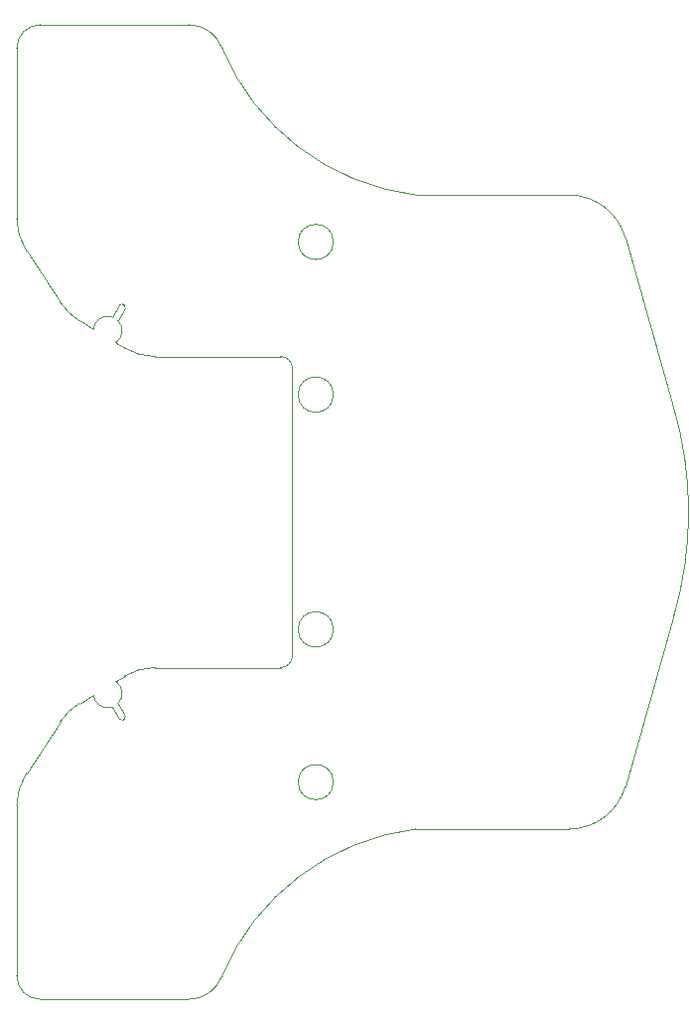
<source format=gbr>
G04 #@! TF.GenerationSoftware,KiCad,Pcbnew,9.0.2*
G04 #@! TF.CreationDate,2025-08-20T20:18:50-04:00*
G04 #@! TF.ProjectId,Trackball,54726163-6b62-4616-9c6c-2e6b69636164,rev?*
G04 #@! TF.SameCoordinates,Original*
G04 #@! TF.FileFunction,Profile,NP*
%FSLAX46Y46*%
G04 Gerber Fmt 4.6, Leading zero omitted, Abs format (unit mm)*
G04 Created by KiCad (PCBNEW 9.0.2) date 2025-08-20 20:18:50*
%MOMM*%
%LPD*%
G01*
G04 APERTURE LIST*
G04 #@! TA.AperFunction,Profile*
%ADD10C,0.050000*%
G04 #@! TD*
G04 APERTURE END LIST*
D10*
X108900000Y-143100000D02*
X121574749Y-143100000D01*
X106900000Y-126598803D02*
X106900000Y-141100000D01*
X140900000Y-128600000D02*
X153987917Y-128600000D01*
X115638941Y-83948286D02*
G75*
G02*
X115913399Y-83879832I171459J-103014D01*
G01*
X118690859Y-88350000D02*
G75*
G02*
X116108940Y-87631762I41J5000000D01*
G01*
X115910528Y-119315758D02*
G75*
G02*
X115636056Y-119247351I-103028J171458D01*
G01*
X113430000Y-86020000D02*
X112228623Y-85296443D01*
X133903330Y-91600000D02*
G75*
G02*
X130896670Y-91600000I-1503330J0D01*
G01*
X130896670Y-91600000D02*
G75*
G02*
X133903330Y-91600000I1503330J0D01*
G01*
X153985636Y-74600000D02*
G75*
G02*
X158793292Y-78226384I-36J-5000100D01*
G01*
X110628439Y-119439791D02*
X107724479Y-123848344D01*
X108900000Y-60100000D02*
X121574466Y-60100000D01*
X121574466Y-60100000D02*
G75*
G02*
X124395820Y-62080120I34J-3000000D01*
G01*
X107725147Y-79352008D02*
X110633403Y-83764752D01*
X115535196Y-85285910D02*
X116153241Y-84257309D01*
X116084815Y-83982868D02*
G75*
G02*
X116153237Y-84257307I-103015J-171432D01*
G01*
X162899999Y-110600000D02*
X158795738Y-124972900D01*
X129400000Y-114850000D02*
X118684629Y-114849999D01*
X133900000Y-124600000D02*
G75*
G02*
X130900000Y-124600000I-1500000J0D01*
G01*
X130900000Y-124600000D02*
G75*
G02*
X133900000Y-124600000I1500000J0D01*
G01*
X115360000Y-116017780D02*
G75*
G02*
X115532317Y-117909684I-702900J-1017820D01*
G01*
X162900000Y-92600000D02*
G75*
G02*
X162900000Y-110600000I-30500000J-9000000D01*
G01*
X107725147Y-79352008D02*
G75*
G02*
X106900003Y-76600536I4174653J2751408D01*
G01*
X110628439Y-119439791D02*
G75*
G02*
X112221860Y-117908540I4175561J-2750409D01*
G01*
X115532342Y-117909709D02*
X116150388Y-118938310D01*
X116102543Y-115568314D02*
G75*
G02*
X118684629Y-114849992I2582157J-4281886D01*
G01*
X108900000Y-143100000D02*
G75*
G02*
X106900000Y-141100000I0J2000000D01*
G01*
X115535196Y-85285910D02*
G75*
G02*
X115359714Y-87180001I-875196J-874090D01*
G01*
X133903330Y-111600000D02*
G75*
G02*
X130896670Y-111600000I-1503330J0D01*
G01*
X130896670Y-111600000D02*
G75*
G02*
X133903330Y-111600000I1503330J0D01*
G01*
X106900000Y-76600536D02*
X106900000Y-62100000D01*
X116150388Y-118938310D02*
G75*
G02*
X116081942Y-119212717I-171388J-102990D01*
G01*
X115360000Y-116016107D02*
X116102543Y-115568314D01*
X115018042Y-118218732D02*
X115636087Y-119247332D01*
X116084815Y-83982868D02*
X115913382Y-83879860D01*
X106900000Y-126598803D02*
G75*
G02*
X107724478Y-123848343I5000000J3D01*
G01*
X129400000Y-88350000D02*
X118690859Y-88350000D01*
X140900000Y-74600000D02*
G75*
G02*
X124400764Y-62093899I2578840J20538980D01*
G01*
X124402835Y-141101194D02*
X124395522Y-141121391D01*
X124400766Y-62093898D02*
X124395790Y-62080131D01*
X112228623Y-85296443D02*
G75*
G02*
X110633418Y-83764742I2579477J4282943D01*
G01*
X129400000Y-88350000D02*
G75*
G02*
X130400000Y-89350000I0J-1000000D01*
G01*
X130400000Y-89350000D02*
X130400000Y-113850000D01*
X130400000Y-113850000D02*
G75*
G02*
X129400000Y-114850000I-1000000J0D01*
G01*
X113430000Y-117180000D02*
X112221875Y-117908564D01*
X115910528Y-119315758D02*
X116081962Y-119212751D01*
X158795738Y-124972900D02*
G75*
G02*
X153987917Y-128600016I-4807838J1372900D01*
G01*
X115017655Y-118217468D02*
G75*
G02*
X113429925Y-117180009I-360555J1181868D01*
G01*
X106900000Y-62100000D02*
G75*
G02*
X108900000Y-60100000I2000000J0D01*
G01*
X158793256Y-78226394D02*
X162900000Y-92600000D01*
X124402835Y-141101192D02*
G75*
G02*
X140900000Y-128600003I19076005J-8037788D01*
G01*
X124395522Y-141121391D02*
G75*
G02*
X121574749Y-143100018I-2820722J1021291D01*
G01*
X113429999Y-86020000D02*
G75*
G02*
X115021191Y-84975921I1230001J-140000D01*
G01*
X115359714Y-87180000D02*
X116108929Y-87631780D01*
X140900000Y-74600000D02*
X153985636Y-74600000D01*
X115020895Y-84976887D02*
X115638941Y-83948286D01*
X133900000Y-78600000D02*
G75*
G02*
X130900000Y-78600000I-1500000J0D01*
G01*
X130900000Y-78600000D02*
G75*
G02*
X133900000Y-78600000I1500000J0D01*
G01*
M02*

</source>
